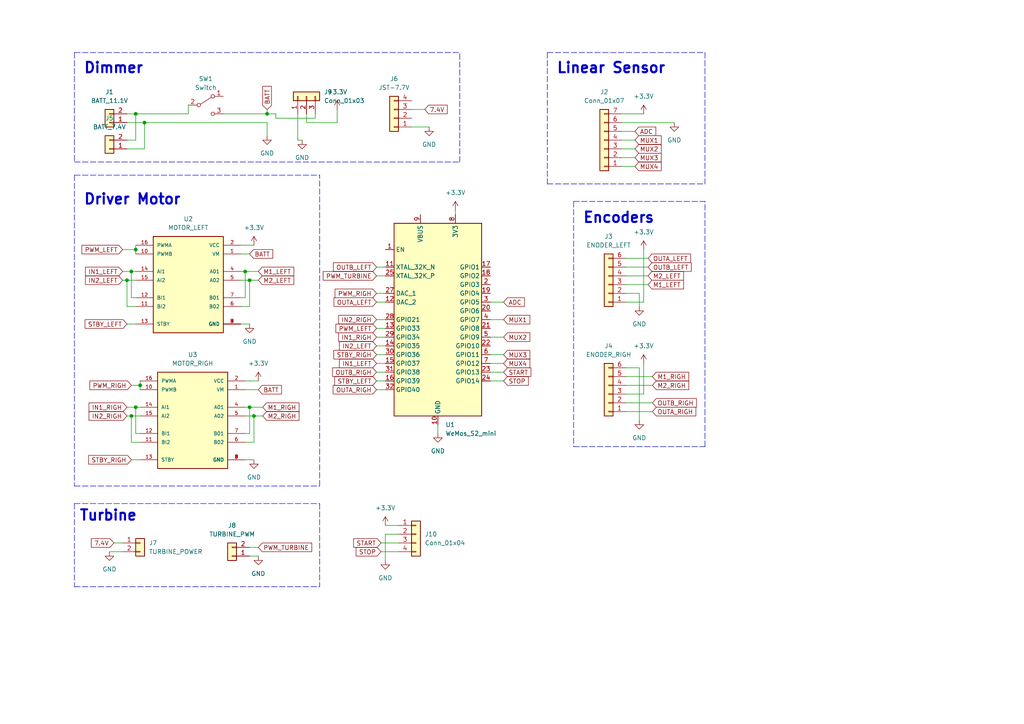
<source format=kicad_sch>
(kicad_sch (version 20230121) (generator eeschema)
  (paper "A4")
  (lib_symbols
    (symbol "Connector_Generic:Conn_01x02" (pin_names (offset 1.016) hide)
      (property "Reference" "J" (at 0 2.54 0))
      (property "Value" "Conn_01x02" (at 0 -5.08 0))
      (symbol "Conn_01x02_1_1"
        (rectangle (start -1.27 -2.413) (end 0 -2.667) (stroke (width 0.1524)))
        (rectangle (start -1.27 0.127) (end 0 -0.127) (stroke (width 0.1524)))
        (rectangle (start -1.27 1.27) (end 1.27 -3.81) (stroke (width 0.254)) (fill (type background)))
        (pin passive line (at -5.08 0 0) (length 3.81) (name "Pin_1") (number "1"))
        (pin passive line (at -5.08 -2.54 0) (length 3.81) (name "Pin_2") (number "2"))
      )
    )
    (symbol "Connector_Generic:Conn_01x03" (pin_names (offset 1.016) hide)
      (property "Reference" "J" (at 0 5.08 0))
      (property "Value" "Conn_01x03" (at 0 -5.08 0))
      (symbol "Conn_01x03_1_1"
        (rectangle (start -1.27 -2.413) (end 0 -2.667) (stroke (width 0.1524)))
        (rectangle (start -1.27 0.127) (end 0 -0.127) (stroke (width 0.1524)))
        (rectangle (start -1.27 2.667) (end 0 2.413) (stroke (width 0.1524)))
        (rectangle (start -1.27 3.81) (end 1.27 -3.81) (stroke (width 0.254)) (fill (type background)))
        (pin passive line (at -5.08 2.54 0) (length 3.81) (name "Pin_1") (number "1"))
        (pin passive line (at -5.08 0 0) (length 3.81) (name "Pin_2") (number "2"))
        (pin passive line (at -5.08 -2.54 0) (length 3.81) (name "Pin_3") (number "3"))
      )
    )
    (symbol "Connector_Generic:Conn_01x04" (pin_names (offset 1.016) hide)
      (property "Reference" "J" (at 0 5.08 0))
      (property "Value" "Conn_01x04" (at 0 -7.62 0))
      (symbol "Conn_01x04_1_1"
        (rectangle (start -1.27 -4.953) (end 0 -5.207) (stroke (width 0.1524)))
        (rectangle (start -1.27 -2.413) (end 0 -2.667) (stroke (width 0.1524)))
        (rectangle (start -1.27 0.127) (end 0 -0.127) (stroke (width 0.1524)))
        (rectangle (start -1.27 2.667) (end 0 2.413) (stroke (width 0.1524)))
        (rectangle (start -1.27 3.81) (end 1.27 -6.35) (stroke (width 0.254)) (fill (type background)))
        (pin passive line (at -5.08 2.54 0) (length 3.81) (name "Pin_1") (number "1"))
        (pin passive line (at -5.08 0 0) (length 3.81) (name "Pin_2") (number "2"))
        (pin passive line (at -5.08 -2.54 0) (length 3.81) (name "Pin_3") (number "3"))
        (pin passive line (at -5.08 -5.08 0) (length 3.81) (name "Pin_4") (number "4"))
      )
    )
    (symbol "Connector_Generic:Conn_01x06" (pin_names (offset 1.016) hide)
      (property "Reference" "J" (at 0 7.62 0))
      (property "Value" "Conn_01x06" (at 0 -10.16 0))
      (symbol "Conn_01x06_1_1"
        (rectangle (start -1.27 -7.493) (end 0 -7.747) (stroke (width 0.1524)))
        (rectangle (start -1.27 -4.953) (end 0 -5.207) (stroke (width 0.1524)))
        (rectangle (start -1.27 -2.413) (end 0 -2.667) (stroke (width 0.1524)))
        (rectangle (start -1.27 0.127) (end 0 -0.127) (stroke (width 0.1524)))
        (rectangle (start -1.27 2.667) (end 0 2.413) (stroke (width 0.1524)))
        (rectangle (start -1.27 5.207) (end 0 4.953) (stroke (width 0.1524)))
        (rectangle (start -1.27 6.35) (end 1.27 -8.89) (stroke (width 0.254)) (fill (type background)))
        (pin passive line (at -5.08 5.08 0) (length 3.81) (name "Pin_1") (number "1"))
        (pin passive line (at -5.08 2.54 0) (length 3.81) (name "Pin_2") (number "2"))
        (pin passive line (at -5.08 0 0) (length 3.81) (name "Pin_3") (number "3"))
        (pin passive line (at -5.08 -2.54 0) (length 3.81) (name "Pin_4") (number "4"))
        (pin passive line (at -5.08 -5.08 0) (length 3.81) (name "Pin_5") (number "5"))
        (pin passive line (at -5.08 -7.62 0) (length 3.81) (name "Pin_6") (number "6"))
      )
    )
    (symbol "Connector_Generic:Conn_01x07" (pin_names (offset 1.016) hide)
      (property "Reference" "J" (at 0 10.16 0))
      (property "Value" "Conn_01x07" (at 0 -10.16 0))
      (symbol "Conn_01x07_1_1"
        (rectangle (start -1.27 -7.493) (end 0 -7.747) (stroke (width 0.1524)))
        (rectangle (start -1.27 -4.953) (end 0 -5.207) (stroke (width 0.1524)))
        (rectangle (start -1.27 -2.413) (end 0 -2.667) (stroke (width 0.1524)))
        (rectangle (start -1.27 0.127) (end 0 -0.127) (stroke (width 0.1524)))
        (rectangle (start -1.27 2.667) (end 0 2.413) (stroke (width 0.1524)))
        (rectangle (start -1.27 5.207) (end 0 4.953) (stroke (width 0.1524)))
        (rectangle (start -1.27 7.747) (end 0 7.493) (stroke (width 0.1524)))
        (rectangle (start -1.27 8.89) (end 1.27 -8.89) (stroke (width 0.254)) (fill (type background)))
        (pin passive line (at -5.08 7.62 0) (length 3.81) (name "Pin_1") (number "1"))
        (pin passive line (at -5.08 5.08 0) (length 3.81) (name "Pin_2") (number "2"))
        (pin passive line (at -5.08 2.54 0) (length 3.81) (name "Pin_3") (number "3"))
        (pin passive line (at -5.08 0 0) (length 3.81) (name "Pin_4") (number "4"))
        (pin passive line (at -5.08 -2.54 0) (length 3.81) (name "Pin_5") (number "5"))
        (pin passive line (at -5.08 -5.08 0) (length 3.81) (name "Pin_6") (number "6"))
        (pin passive line (at -5.08 -7.62 0) (length 3.81) (name "Pin_7") (number "7"))
      )
    )
    (symbol "MCU_Module:WeMos_S2_mini"
      (property "Reference" "U" (at 2.54 -30.48 0))
      (property "Value" "WeMos_S2_mini" (at 2.54 -33.02 0))
      (symbol "WeMos_S2_mini_1_1"
        (rectangle (start -12.7 27.94) (end 12.7 -27.94) (stroke (width 0.254)) (fill (type background)))
        (pin input line (at -15.24 20.32 0) (length 2.54) (name "EN") (number "1"))
        (pin power_in line (at 0 -30.48 90) (length 2.54) (name "GND") (number "10"))
        (pin input line (at -15.24 15.24 0) (length 2.54) (name "XTAL_32K_N") (number "11"))
        (pin output line (at -15.24 5.08 0) (length 2.54) (name "DAC_2") (number "12"))
        (pin bidirectional line (at -15.24 -2.54 0) (length 2.54) (name "GPIO33") (number "13"))
        (pin bidirectional line (at -15.24 -7.62 0) (length 2.54) (name "GPIO35") (number "14"))
        (pin bidirectional line (at -15.24 -12.7 0) (length 2.54) (name "GPIO37") (number "15"))
        (pin bidirectional line (at -15.24 -17.78 0) (length 2.54) (name "GPIO39") (number "16"))
        (pin bidirectional line (at 15.24 15.24 180) (length 2.54) (name "GPIO1") (number "17"))
        (pin bidirectional line (at 15.24 12.7 180) (length 2.54) (name "GPIO2") (number "18"))
        (pin bidirectional line (at 15.24 7.62 180) (length 2.54) (name "GPIO4") (number "19"))
        (pin bidirectional line (at 15.24 10.16 180) (length 2.54) (name "GPIO3") (number "2"))
        (pin bidirectional line (at 15.24 2.54 180) (length 2.54) (name "GPIO6") (number "20"))
        (pin bidirectional line (at 15.24 -2.54 180) (length 2.54) (name "GPIO8") (number "21"))
        (pin bidirectional line (at 15.24 -7.62 180) (length 2.54) (name "GPIO10") (number "22"))
        (pin bidirectional line (at 15.24 -15.24 180) (length 2.54) (name "GPIO13") (number "23"))
        (pin bidirectional line (at 15.24 -17.78 180) (length 2.54) (name "GPIO14") (number "24"))
        (pin output line (at -15.24 12.7 0) (length 2.54) (name "XTAL_32K_P") (number "25"))
        (pin passive line (at 0 -30.48 90) (length 2.54) hide (name "GND") (number "26"))
        (pin output line (at -15.24 7.62 0) (length 2.54) (name "DAC_1") (number "27"))
        (pin bidirectional line (at -15.24 0 0) (length 2.54) (name "GPIO21") (number "28"))
        (pin bidirectional line (at -15.24 -5.08 0) (length 2.54) (name "GPIO34") (number "29"))
        (pin bidirectional line (at 15.24 5.08 180) (length 2.54) (name "GPIO5") (number "3"))
        (pin bidirectional line (at -15.24 -10.16 0) (length 2.54) (name "GPIO36") (number "30"))
        (pin bidirectional line (at -15.24 -15.24 0) (length 2.54) (name "GPIO38") (number "31"))
        (pin bidirectional line (at -15.24 -20.32 0) (length 2.54) (name "GPIO40") (number "32"))
        (pin bidirectional line (at 15.24 0 180) (length 2.54) (name "GPIO7") (number "4"))
        (pin bidirectional line (at 15.24 -5.08 180) (length 2.54) (name "GPIO9") (number "5"))
        (pin bidirectional line (at 15.24 -10.16 180) (length 2.54) (name "GPIO11") (number "6"))
        (pin bidirectional line (at 15.24 -12.7 180) (length 2.54) (name "GPIO12") (number "7"))
        (pin power_out line (at 5.08 30.48 270) (length 2.54) (name "3V3") (number "8"))
        (pin power_out line (at -5.08 30.48 270) (length 2.54) (name "VBUS") (number "9"))
      )
    )
    (symbol "Switch:SW_SPDT" (pin_names (offset 0) hide)
      (property "Reference" "SW" (at 0 4.318 0))
      (property "Value" "SW_SPDT" (at 0 -5.08 0))
      (symbol "SW_SPDT_0_0"
        (circle (center -2.032 0) (radius 0.508))
        (circle (center 2.032 -2.54) (radius 0.508))
      )
      (symbol "SW_SPDT_0_1"
        (polyline (pts (xy -1.524 0.254) (xy 1.651 2.286)))
        (circle (center 2.032 2.54) (radius 0.508))
      )
      (symbol "SW_SPDT_1_1"
        (pin passive line (at 5.08 2.54 180) (length 2.54) (name "A") (number "1"))
        (pin passive line (at -5.08 0 0) (length 2.54) (name "B") (number "2"))
        (pin passive line (at 5.08 -2.54 180) (length 2.54) (name "C") (number "3"))
      )
    )
    (symbol "TB6612FNG_MODULE:ROB-14450" (pin_names (offset 1.016))
      (property "Reference" "U" (at -10.16 16.002 0))
      (property "Value" "ROB-14450" (at -10.16 -15.24 0))
      (symbol "ROB-14450_0_0"
        (rectangle (start -10.16 -12.7) (end 10.16 15.24) (stroke (width 0.254)) (fill (type background)))
        (pin power_in line (at 15.24 10.16 180) (length 5.08) (name "VM") (number "1"))
        (pin input line (at -15.24 10.16 0) (length 5.08) (name "PWMB") (number "10"))
        (pin input line (at -15.24 -5.08 0) (length 5.08) (name "BI2") (number "11"))
        (pin input line (at -15.24 -2.54 0) (length 5.08) (name "BI1") (number "12"))
        (pin input line (at -15.24 -10.16 0) (length 5.08) (name "STBY") (number "13"))
        (pin input line (at -15.24 5.08 0) (length 5.08) (name "AI1") (number "14"))
        (pin input line (at -15.24 2.54 0) (length 5.08) (name "AI2") (number "15"))
        (pin input line (at -15.24 12.7 0) (length 5.08) (name "PWMA") (number "16"))
        (pin power_in line (at 15.24 12.7 180) (length 5.08) (name "VCC") (number "2"))
        (pin power_in line (at 15.24 -10.16 180) (length 5.08) (name "GND") (number "3"))
        (pin output line (at 15.24 5.08 180) (length 5.08) (name "A01") (number "4"))
        (pin output line (at 15.24 2.54 180) (length 5.08) (name "A02") (number "5"))
        (pin output line (at 15.24 -5.08 180) (length 5.08) (name "B02") (number "6"))
        (pin output line (at 15.24 -2.54 180) (length 5.08) (name "B01") (number "7"))
        (pin power_in line (at 15.24 -10.16 180) (length 5.08) (name "GND") (number "8"))
        (pin power_in line (at 15.24 -10.16 180) (length 5.08) (name "GND") (number "9"))
      )
    )
    (symbol "power:+3.3V" (power) (pin_names (offset 0))
      (property "Value" "+3.3V" (at 0 3.556 0))
      (symbol "+3.3V_0_1"
        (polyline (pts (xy -0.762 1.27) (xy 0 2.54)))
        (polyline (pts (xy 0 0) (xy 0 2.54)))
        (polyline (pts (xy 0 2.54) (xy 0.762 1.27)))
      )
      (symbol "+3.3V_1_1"
        (pin power_in line (at 0 0 90) (length 0) hide (name "+3.3V") (number "1"))
      )
    )
    (symbol "power:GND" (power) (pin_names (offset 0))
      (property "Value" "GND" (at 0 -3.81 0))
      (symbol "GND_0_1"
        (polyline (pts (xy 0 0) (xy 0 -1.27) (xy 1.27 -1.27) (xy 0 -2.54) (xy -1.27 -1.27) (xy 0 -1.27)))
      )
      (symbol "GND_1_1"
        (pin power_in line (at 0 0 270) (length 0) hide (name "GND") (number "1"))
      )
    )
  )
  (junction (at 72.39 81.28))
  (junction (at 73.66 120.65))
  (junction (at 77.47 33.02))
  (junction (at 41.91 35.56))
  (junction (at 38.1 78.74))
  (junction (at 71.12 78.74))
  (junction (at 39.37 72.39))
  (junction (at 40.64 111.76))
  (junction (at 72.39 118.11))
  (junction (at 39.37 118.11))
  (junction (at 39.37 33.02))
  (junction (at 36.83 81.28))
  (junction (at 38.1 120.65))
  (wire (pts (xy 180.34 33.02) (xy 186.69 33.02)))
  (wire (pts (xy 77.47 35.56) (xy 77.47 39.37)))
  (polyline (pts (xy 204.47 129.54) (xy 204.47 58.42)) (stroke (width 0) (type dash)))
  (wire (pts (xy 186.69 72.39) (xy 186.69 87.63)))
  (polyline (pts (xy 21.59 15.24) (xy 133.35 15.24)) (stroke (width 0) (type dash)))
  (wire (pts (xy 36.83 43.18) (xy 41.91 43.18)))
  (wire (pts (xy 36.83 118.11) (xy 39.37 118.11)))
  (wire (pts (xy 181.61 85.09) (xy 185.42 85.09)))
  (wire (pts (xy 109.22 107.95) (xy 111.76 107.95)))
  (polyline (pts (xy 21.59 140.97) (xy 92.71 140.97)) (stroke (width 0) (type dash)))
  (wire (pts (xy 109.22 80.01) (xy 111.76 80.01)))
  (wire (pts (xy 69.85 73.66) (xy 72.39 73.66)))
  (polyline (pts (xy 21.59 50.8) (xy 21.59 140.97)) (stroke (width 0) (type dash)))
  (wire (pts (xy 39.37 118.11) (xy 40.64 118.11)))
  (polyline (pts (xy 158.75 15.24) (xy 204.47 15.24)) (stroke (width 0) (type dash)))
  (wire (pts (xy 180.34 45.72) (xy 184.15 45.72)))
  (wire (pts (xy 109.22 102.87) (xy 111.76 102.87)))
  (wire (pts (xy 36.83 81.28) (xy 39.37 81.28)))
  (polyline (pts (xy 158.75 15.24) (xy 158.75 53.34)) (stroke (width 0) (type dash)))
  (wire (pts (xy 71.12 128.27) (xy 73.66 128.27)))
  (wire (pts (xy 186.69 114.3) (xy 181.61 114.3)))
  (wire (pts (xy 38.1 120.65) (xy 40.64 120.65)))
  (wire (pts (xy 40.64 125.73) (xy 39.37 125.73)))
  (wire (pts (xy 142.24 110.49) (xy 146.05 110.49)))
  (wire (pts (xy 40.64 110.49) (xy 40.64 111.76)))
  (wire (pts (xy 36.83 120.65) (xy 38.1 120.65)))
  (polyline (pts (xy 21.59 146.05) (xy 21.59 170.18)) (stroke (width 0) (type dash)))
  (wire (pts (xy 181.61 77.47) (xy 187.96 77.47)))
  (wire (pts (xy 132.08 60.96) (xy 132.08 62.23)))
  (polyline (pts (xy 204.47 15.24) (xy 204.47 53.34)) (stroke (width 0) (type dash)))
  (wire (pts (xy 97.79 31.75) (xy 97.79 35.56)))
  (wire (pts (xy 142.24 107.95) (xy 146.05 107.95)))
  (polyline (pts (xy 21.59 146.05) (xy 92.71 146.05)) (stroke (width 0) (type dash)))
  (wire (pts (xy 142.24 102.87) (xy 146.05 102.87)))
  (wire (pts (xy 38.1 78.74) (xy 39.37 78.74)))
  (wire (pts (xy 186.69 105.41) (xy 186.69 114.3)))
  (wire (pts (xy 142.24 87.63) (xy 146.05 87.63)))
  (wire (pts (xy 71.12 133.35) (xy 73.66 133.35)))
  (wire (pts (xy 69.85 93.98) (xy 72.39 93.98)))
  (wire (pts (xy 181.61 109.22) (xy 189.23 109.22)))
  (wire (pts (xy 72.39 161.29) (xy 74.93 161.29)))
  (wire (pts (xy 71.12 78.74) (xy 74.93 78.74)))
  (wire (pts (xy 110.49 160.02) (xy 115.57 160.02)))
  (wire (pts (xy 180.34 35.56) (xy 195.58 35.56)))
  (wire (pts (xy 38.1 86.36) (xy 38.1 78.74)))
  (wire (pts (xy 39.37 71.12) (xy 39.37 72.39)))
  (wire (pts (xy 77.47 33.02) (xy 80.01 33.02)))
  (wire (pts (xy 109.22 105.41) (xy 111.76 105.41)))
  (wire (pts (xy 88.9 33.02) (xy 88.9 35.56)))
  (wire (pts (xy 35.56 81.28) (xy 36.83 81.28)))
  (wire (pts (xy 71.12 86.36) (xy 71.12 78.74)))
  (wire (pts (xy 33.02 157.48) (xy 35.56 157.48)))
  (wire (pts (xy 73.66 128.27) (xy 73.66 120.65)))
  (polyline (pts (xy 21.59 170.18) (xy 92.71 170.18)) (stroke (width 0) (type dash)))
  (wire (pts (xy 36.83 81.28) (xy 36.83 88.9)))
  (wire (pts (xy 180.34 40.64) (xy 184.15 40.64)))
  (wire (pts (xy 38.1 111.76) (xy 40.64 111.76)))
  (wire (pts (xy 142.24 105.41) (xy 146.05 105.41)))
  (wire (pts (xy 71.12 113.03) (xy 74.93 113.03)))
  (wire (pts (xy 39.37 33.02) (xy 54.61 33.02)))
  (wire (pts (xy 76.2 120.65) (xy 73.66 120.65)))
  (wire (pts (xy 69.85 88.9) (xy 72.39 88.9)))
  (wire (pts (xy 109.22 113.03) (xy 111.76 113.03)))
  (wire (pts (xy 64.77 33.02) (xy 77.47 33.02)))
  (wire (pts (xy 41.91 35.56) (xy 77.47 35.56)))
  (wire (pts (xy 71.12 110.49) (xy 74.93 110.49)))
  (wire (pts (xy 69.85 71.12) (xy 73.66 71.12)))
  (wire (pts (xy 91.44 33.02) (xy 91.44 34.29)))
  (wire (pts (xy 181.61 119.38) (xy 189.23 119.38)))
  (wire (pts (xy 39.37 88.9) (xy 36.83 88.9)))
  (wire (pts (xy 71.12 120.65) (xy 73.66 120.65)))
  (wire (pts (xy 181.61 87.63) (xy 186.69 87.63)))
  (wire (pts (xy 86.36 40.64) (xy 87.63 40.64)))
  (wire (pts (xy 181.61 111.76) (xy 189.23 111.76)))
  (wire (pts (xy 72.39 81.28) (xy 74.93 81.28)))
  (wire (pts (xy 80.01 33.02) (xy 80.01 34.29)))
  (wire (pts (xy 41.91 43.18) (xy 41.91 35.56)))
  (wire (pts (xy 71.12 118.11) (xy 72.39 118.11)))
  (wire (pts (xy 36.83 35.56) (xy 41.91 35.56)))
  (wire (pts (xy 36.83 93.98) (xy 39.37 93.98)))
  (wire (pts (xy 184.15 43.18) (xy 180.34 43.18)))
  (wire (pts (xy 181.61 80.01) (xy 187.96 80.01)))
  (wire (pts (xy 36.83 40.64) (xy 39.37 40.64)))
  (wire (pts (xy 71.12 125.73) (xy 72.39 125.73)))
  (polyline (pts (xy 92.71 140.97) (xy 92.71 50.8)) (stroke (width 0) (type dash)))
  (wire (pts (xy 77.47 31.75) (xy 77.47 33.02)))
  (wire (pts (xy 109.22 95.25) (xy 111.76 95.25)))
  (wire (pts (xy 185.42 85.09) (xy 185.42 88.9)))
  (wire (pts (xy 35.56 72.39) (xy 39.37 72.39)))
  (wire (pts (xy 119.38 31.75) (xy 123.19 31.75)))
  (wire (pts (xy 38.1 120.65) (xy 38.1 128.27)))
  (wire (pts (xy 91.44 34.29) (xy 80.01 34.29)))
  (wire (pts (xy 69.85 81.28) (xy 72.39 81.28)))
  (wire (pts (xy 69.85 78.74) (xy 71.12 78.74)))
  (wire (pts (xy 69.85 86.36) (xy 71.12 86.36)))
  (wire (pts (xy 187.96 82.55) (xy 181.61 82.55)))
  (wire (pts (xy 54.61 33.02) (xy 54.61 30.48)))
  (polyline (pts (xy 92.71 146.05) (xy 92.71 170.18)) (stroke (width 0) (type dash)))
  (polyline (pts (xy 166.37 129.54) (xy 204.47 129.54)) (stroke (width 0) (type dash)))
  (wire (pts (xy 72.39 125.73) (xy 72.39 118.11)))
  (wire (pts (xy 127 123.19) (xy 127 125.73)))
  (wire (pts (xy 184.15 48.26) (xy 180.34 48.26)))
  (wire (pts (xy 39.37 125.73) (xy 39.37 118.11)))
  (polyline (pts (xy 21.59 50.8) (xy 92.71 50.8)) (stroke (width 0) (type dash)))
  (wire (pts (xy 109.22 97.79) (xy 111.76 97.79)))
  (wire (pts (xy 115.57 154.94) (xy 111.76 154.94)))
  (wire (pts (xy 97.79 35.56) (xy 88.9 35.56)))
  (wire (pts (xy 109.22 85.09) (xy 111.76 85.09)))
  (wire (pts (xy 119.38 36.83) (xy 124.46 36.83)))
  (polyline (pts (xy 166.37 58.42) (xy 204.47 58.42)) (stroke (width 0) (type dash)))
  (wire (pts (xy 181.61 106.68) (xy 185.42 106.68)))
  (wire (pts (xy 39.37 40.64) (xy 39.37 33.02)))
  (wire (pts (xy 185.42 106.68) (xy 185.42 121.92)))
  (wire (pts (xy 111.76 154.94) (xy 111.76 162.56)))
  (wire (pts (xy 109.22 100.33) (xy 111.76 100.33)))
  (wire (pts (xy 39.37 86.36) (xy 38.1 86.36)))
  (wire (pts (xy 72.39 158.75) (xy 74.93 158.75)))
  (wire (pts (xy 109.22 110.49) (xy 111.76 110.49)))
  (wire (pts (xy 181.61 74.93) (xy 187.96 74.93)))
  (wire (pts (xy 86.36 33.02) (xy 86.36 40.64)))
  (wire (pts (xy 39.37 72.39) (xy 39.37 73.66)))
  (wire (pts (xy 142.24 97.79) (xy 146.05 97.79)))
  (wire (pts (xy 36.83 33.02) (xy 39.37 33.02)))
  (wire (pts (xy 40.64 128.27) (xy 38.1 128.27)))
  (wire (pts (xy 110.49 157.48) (xy 115.57 157.48)))
  (wire (pts (xy 180.34 38.1) (xy 184.15 38.1)))
  (wire (pts (xy 35.56 78.74) (xy 38.1 78.74)))
  (wire (pts (xy 109.22 77.47) (xy 111.76 77.47)))
  (polyline (pts (xy 166.37 58.42) (xy 166.37 129.54)) (stroke (width 0) (type dash)))
  (wire (pts (xy 38.1 133.35) (xy 40.64 133.35)))
  (wire (pts (xy 72.39 88.9) (xy 72.39 81.28)))
  (wire (pts (xy 111.76 152.4) (xy 115.57 152.4)))
  (polyline (pts (xy 21.59 46.99) (xy 133.35 46.99)) (stroke (width 0) (type dash)))
  (wire (pts (xy 142.24 92.71) (xy 146.05 92.71)))
  (wire (pts (xy 109.22 92.71) (xy 111.76 92.71)))
  (polyline (pts (xy 133.35 46.99) (xy 133.35 15.24)) (stroke (width 0) (type dash)))
  (wire (pts (xy 181.61 116.84) (xy 189.23 116.84)))
  (wire (pts (xy 109.22 87.63) (xy 111.76 87.63)))
  (wire (pts (xy 31.75 160.02) (xy 35.56 160.02)))
  (polyline (pts (xy 158.75 53.34) (xy 204.47 53.34)) (stroke (width 0) (type dash)))
  (wire (pts (xy 76.2 118.11) (xy 72.39 118.11)))
  (polyline (pts (xy 21.59 15.24) (xy 21.59 46.99)) (stroke (width 0) (type dash)))
  (wire (pts (xy 40.64 111.76) (xy 40.64 113.03)))
  (text "Encoders\n\n" (at 168.91 69.85 0) (effects (font (size 3 3) (thickness 0.6) bold) (justify left bottom)))
  (text "Driver Motor\n" (at 24.13 59.69 0) (effects (font (size 3 3) (thickness 0.6) bold) (justify left bottom)))
  (text "Turbine\n\n" (at 22.86 156.21 0) (effects (font (size 3 3) (thickness 0.6) bold) (justify left bottom)))
  (text "Linear Sensor\n" (at 161.29 21.59 0) (effects (font (size 3 3) (thickness 0.6) bold) (justify left bottom)))
  (text "Dimmer\n" (at 24.13 21.59 0) (effects (font (size 3 3) (thickness 0.6) bold) (justify left bottom)))
  (global_label "M1_RIGH" (shape input) (at 189.23 109.22 0) (property "Intersheetrefs" "${INTERSHEET_REFS}" (effects hide)))
  (global_label "IN1_LEFT" (shape input) (at 109.22 105.41 180) (property "Intersheetrefs" "${INTERSHEET_REFS}" (effects hide)))
  (global_label "OUTB_RIGH" (shape input) (at 189.23 116.84 0) (property "Intersheetrefs" "${INTERSHEET_REFS}" (effects hide)))
  (global_label "STOP" (shape input) (at 146.05 110.49 0) (property "Intersheetrefs" "${INTERSHEET_REFS}" (effects hide)))
  (global_label "M1_LEFT" (shape input) (at 74.93 78.74 0) (property "Intersheetrefs" "${INTERSHEET_REFS}" (effects hide)))
  (global_label "MUX1" (shape input) (at 184.15 40.64 0) (property "Intersheetrefs" "${INTERSHEET_REFS}" (effects hide)))
  (global_label "M2_LEFT" (shape input) (at 187.96 80.01 0) (property "Intersheetrefs" "${INTERSHEET_REFS}" (effects hide)))
  (global_label "IN2_RIGH" (shape input) (at 109.22 92.71 180) (property "Intersheetrefs" "${INTERSHEET_REFS}" (effects hide)))
  (global_label "IN1_RIGH" (shape input) (at 36.83 118.11 180) (property "Intersheetrefs" "${INTERSHEET_REFS}" (effects hide)))
  (global_label "STBY_RIGH" (shape input) (at 109.22 102.87 180) (property "Intersheetrefs" "${INTERSHEET_REFS}" (effects hide)))
  (global_label "ADC" (shape input) (at 146.05 87.63 0) (property "Intersheetrefs" "${INTERSHEET_REFS}" (effects hide)))
  (global_label "START" (shape input) (at 146.05 107.95 0) (property "Intersheetrefs" "${INTERSHEET_REFS}" (effects hide)))
  (global_label "M1_LEFT" (shape input) (at 187.96 82.55 0) (property "Intersheetrefs" "${INTERSHEET_REFS}" (effects hide)))
  (global_label "M2_RIGH" (shape input) (at 76.2 120.65 0) (property "Intersheetrefs" "${INTERSHEET_REFS}" (effects hide)))
  (global_label "STOP" (shape input) (at 110.49 160.02 180) (property "Intersheetrefs" "${INTERSHEET_REFS}" (effects hide)))
  (global_label "OUTB_LEFT" (shape input) (at 109.22 77.47 180) (property "Intersheetrefs" "${INTERSHEET_REFS}" (effects hide)))
  (global_label "OUTB_RIGH" (shape input) (at 109.22 107.95 180) (property "Intersheetrefs" "${INTERSHEET_REFS}" (effects hide)))
  (global_label "IN2_LEFT" (shape input) (at 109.22 100.33 180) (property "Intersheetrefs" "${INTERSHEET_REFS}" (effects hide)))
  (global_label "ADC" (shape input) (at 184.15 38.1 0) (property "Intersheetrefs" "${INTERSHEET_REFS}" (effects hide)))
  (global_label "IN1_RIGH" (shape input) (at 109.22 97.79 180) (property "Intersheetrefs" "${INTERSHEET_REFS}" (effects hide)))
  (global_label "OUTA_LEFT" (shape input) (at 109.22 87.63 180) (property "Intersheetrefs" "${INTERSHEET_REFS}" (effects hide)))
  (global_label "START" (shape input) (at 110.49 157.48 180) (property "Intersheetrefs" "${INTERSHEET_REFS}" (effects hide)))
  (global_label "PWM_LEFT" (shape input) (at 35.56 72.39 180) (property "Intersheetrefs" "${INTERSHEET_REFS}" (effects hide)))
  (global_label "PWM_RIGH" (shape input) (at 109.22 85.09 180) (property "Intersheetrefs" "${INTERSHEET_REFS}" (effects hide)))
  (global_label "STBY_LEFT" (shape input) (at 109.22 110.49 180) (property "Intersheetrefs" "${INTERSHEET_REFS}" (effects hide)))
  (global_label "IN2_LEFT" (shape input) (at 35.56 81.28 180) (property "Intersheetrefs" "${INTERSHEET_REFS}" (effects hide)))
  (global_label "OUTA_RIGH" (shape input) (at 189.23 119.38 0) (property "Intersheetrefs" "${INTERSHEET_REFS}" (effects hide)))
  (global_label "7.4V" (shape input) (at 33.02 157.48 180) (property "Intersheetrefs" "${INTERSHEET_REFS}" (effects hide)))
  (global_label "PWM_TURBINE" (shape input) (at 109.22 80.01 180) (property "Intersheetrefs" "${INTERSHEET_REFS}" (effects hide)))
  (global_label "MUX2" (shape input) (at 184.15 43.18 0) (property "Intersheetrefs" "${INTERSHEET_REFS}" (effects hide)))
  (global_label "M2_LEFT" (shape input) (at 74.93 81.28 0) (property "Intersheetrefs" "${INTERSHEET_REFS}" (effects hide)))
  (global_label "PWM_RIGH" (shape input) (at 38.1 111.76 180) (property "Intersheetrefs" "${INTERSHEET_REFS}" (effects hide)))
  (global_label "OUTA_LEFT" (shape input) (at 187.96 74.93 0) (property "Intersheetrefs" "${INTERSHEET_REFS}" (effects hide)))
  (global_label "IN2_RIGH" (shape input) (at 36.83 120.65 180) (property "Intersheetrefs" "${INTERSHEET_REFS}" (effects hide)))
  (global_label "OUTA_RIGH" (shape input) (at 109.22 113.03 180) (property "Intersheetrefs" "${INTERSHEET_REFS}" (effects hide)))
  (global_label "MUX2" (shape input) (at 146.05 97.79 0) (property "Intersheetrefs" "${INTERSHEET_REFS}" (effects hide)))
  (global_label "STBY_RIGH" (shape input) (at 38.1 133.35 180) (property "Intersheetrefs" "${INTERSHEET_REFS}" (effects hide)))
  (global_label "MUX3" (shape input) (at 146.05 102.87 0) (property "Intersheetrefs" "${INTERSHEET_REFS}" (effects hide)))
  (global_label "IN1_LEFT" (shape input) (at 35.56 78.74 180) (property "Intersheetrefs" "${INTERSHEET_REFS}" (effects hide)))
  (global_label "BATT" (shape input) (at 77.47 31.75 90) (property "Intersheetrefs" "${INTERSHEET_REFS}" (effects hide)))
  (global_label "M1_RIGH" (shape input) (at 76.2 118.11 0) (property "Intersheetrefs" "${INTERSHEET_REFS}" (effects hide)))
  (global_label "OUTB_LEFT" (shape input) (at 187.96 77.47 0) (property "Intersheetrefs" "${INTERSHEET_REFS}" (effects hide)))
  (global_label "BATT" (shape input) (at 74.93 113.03 0) (property "Intersheetrefs" "${INTERSHEET_REFS}" (effects hide)))
  (global_label "MUX3" (shape input) (at 184.15 45.72 0) (property "Intersheetrefs" "${INTERSHEET_REFS}" (effects hide)))
  (global_label "M2_RIGH" (shape input) (at 189.23 111.76 0) (property "Intersheetrefs" "${INTERSHEET_REFS}" (effects hide)))
  (global_label "MUX4" (shape input) (at 146.05 105.41 0) (property "Intersheetrefs" "${INTERSHEET_REFS}" (effects hide)))
  (global_label "STBY_LEFT" (shape input) (at 36.83 93.98 180) (property "Intersheetrefs" "${INTERSHEET_REFS}" (effects hide)))
  (global_label "MUX4" (shape input) (at 184.15 48.26 0) (property "Intersheetrefs" "${INTERSHEET_REFS}" (effects hide)))
  (global_label "PWM_TURBINE" (shape input) (at 74.93 158.75 0) (property "Intersheetrefs" "${INTERSHEET_REFS}" (effects hide)))
  (global_label "BATT" (shape input) (at 72.39 73.66 0) (property "Intersheetrefs" "${INTERSHEET_REFS}" (effects hide)))
  (global_label "7.4V" (shape input) (at 123.19 31.75 0) (property "Intersheetrefs" "${INTERSHEET_REFS}" (effects hide)))
  (global_label "PWM_LEFT" (shape input) (at 109.22 95.25 180) (property "Intersheetrefs" "${INTERSHEET_REFS}" (effects hide)))
  (global_label "MUX1" (shape input) (at 146.05 92.71 0) (property "Intersheetrefs" "${INTERSHEET_REFS}" (effects hide)))
  (symbol (lib_id "power:GND") (at 77.47 39.37 0) (unit 1)
    (property "Reference" "#PWR05" (effects hide))
    (property "Value" "GND" (at 77.47 44.45 0))
  )
  (symbol (lib_id "Switch:SW_SPDT") (at 59.69 30.48 0) (unit 1)
    (property "Reference" "SW1" (at 59.69 22.86 0))
    (property "Value" "Switch" (at 59.69 25.4 0))
    (property "Footprint" "Connector_PinHeader_2.54mm:PinHeader_1x03_P2.54mm_Vertical" (effects hide))
  )
  (symbol (lib_id "TB6612FNG_MODULE:ROB-14450") (at 55.88 123.19 0) (unit 1)
    (property "Reference" "U3" (at 55.88 102.87 0))
    (property "Value" "MOTOR_RIGH" (at 55.88 105.41 0))
    (property "Footprint" "Footprint:TB6612FNG_MODULE" (effects hide))
    (property "MF" "SparkFun Electronics" (effects hide))
    (property "Description" "\nTB6612FNG Motor Controller/Driver Power Management Evaluation Board\n" (effects hide))
    (property "Package" "None" (effects hide))
    (property "Price" "None" (effects hide))
    (property "Check_prices" "https://www.snapeda.com/parts/ROB-14450/SparkFun+Electronics/view-part/?ref=eda" (effects hide))
    (property "STANDARD" "Manufacturer Recommendation" (effects hide))
    (property "PARTREV" "11-13-17" (effects hide))
    (property "SnapEDA_Link" "https://www.snapeda.com/parts/ROB-14450/SparkFun+Electronics/view-part/?ref=snap" (effects hide))
    (property "MP" "ROB-14450" (effects hide))
    (property "Purchase-URL" "https://www.snapeda.com/api/url_track_click_mouser/?unipart_id=2656367&manufacturer=SparkFun Electronics&part_name=ROB-14450&search_term=None" (effects hide))
    (property "Availability" "In Stock" (effects hide))
    (property "MANUFACTURER" "Sparkfun Electronics" (effects hide))
  )
  (symbol (lib_id "power:+3.3V") (at 73.66 71.12 0) (unit 1)
    (property "Reference" "#PWR01" (effects hide))
    (property "Value" "+3.3V" (at 73.66 66.04 0))
  )
  (symbol (lib_id "power:+3.3V") (at 186.69 33.02 0) (unit 1)
    (property "Reference" "#PWR07" (effects hide))
    (property "Value" "+3.3V" (at 186.69 27.94 0))
  )
  (symbol (lib_id "power:+3.3V") (at 97.79 31.75 0) (unit 1)
    (property "Reference" "#PWR06" (effects hide))
    (property "Value" "+3.3V" (at 97.79 26.67 0))
  )
  (symbol (lib_id "Connector_Generic:Conn_01x02") (at 31.75 43.18 180) (unit 1)
    (property "Reference" "J5" (at 31.75 34.29 0))
    (property "Value" "BATT_7.4V" (at 31.75 36.83 0))
    (property "Footprint" "Connector_JST:JST_XH_B2B-XH-A_1x02_P2.50mm_Vertical" (effects hide))
  )
  (symbol (lib_id "power:GND") (at 111.76 162.56 0) (unit 1)
    (property "Reference" "#PWR019" (effects hide))
    (property "Value" "GND" (at 111.76 167.64 0))
  )
  (symbol (lib_id "Connector_Generic:Conn_01x04") (at 120.65 154.94 0) (unit 1)
    (property "Reference" "J10" (at 123.19 154.94 0) (effects (justify left)))
    (property "Value" "Conn_01x04" (at 123.19 157.48 0) (effects (justify left)))
    (property "Footprint" "Connector_PinHeader_2.54mm:PinHeader_1x04_P2.54mm_Vertical" (effects hide))
  )
  (symbol (lib_id "Connector_Generic:Conn_01x02") (at 40.64 157.48 0) (unit 1)
    (property "Reference" "J7" (at 43.18 157.48 0) (effects (justify left)))
    (property "Value" "TURBINE_POWER" (at 43.18 160.02 0) (effects (justify left)))
    (property "Footprint" "Connector_JST:JST_XH_B2B-XH-A_1x02_P2.50mm_Vertical" (effects hide))
  )
  (symbol (lib_id "power:GND") (at 74.93 161.29 0) (unit 1)
    (property "Reference" "#PWR018" (effects hide))
    (property "Value" "GND" (at 74.93 166.37 0))
  )
  (symbol (lib_id "TB6612FNG_MODULE:ROB-14450") (at 54.61 83.82 0) (unit 1)
    (property "Reference" "U2" (at 54.61 63.5 0))
    (property "Value" "MOTOR_LEFT" (at 54.61 66.04 0))
    (property "Footprint" "Footprint:TB6612FNG_MODULE" (effects hide))
    (property "MF" "SparkFun Electronics" (effects hide))
    (property "Description" "\nTB6612FNG Motor Controller/Driver Power Management Evaluation Board\n" (effects hide))
    (property "Package" "None" (effects hide))
    (property "Price" "None" (effects hide))
    (property "Check_prices" "https://www.snapeda.com/parts/ROB-14450/SparkFun+Electronics/view-part/?ref=eda" (effects hide))
    (property "STANDARD" "Manufacturer Recommendation" (effects hide))
    (property "PARTREV" "11-13-17" (effects hide))
    (property "SnapEDA_Link" "https://www.snapeda.com/parts/ROB-14450/SparkFun+Electronics/view-part/?ref=snap" (effects hide))
    (property "MP" "ROB-14450" (effects hide))
    (property "Purchase-URL" "https://www.snapeda.com/api/url_track_click_mouser/?unipart_id=2656367&manufacturer=SparkFun Electronics&part_name=ROB-14450&search_term=None" (effects hide))
    (property "Availability" "In Stock" (effects hide))
    (property "MANUFACTURER" "Sparkfun Electronics" (effects hide))
  )
  (symbol (lib_id "Connector_Generic:Conn_01x07") (at 175.26 40.64 180) (unit 1)
    (property "Reference" "J2" (at 175.26 26.67 0))
    (property "Value" "Conn_01x07" (at 175.26 29.21 0))
    (property "Footprint" "Connector_PinHeader_2.54mm:PinHeader_1x07_P2.54mm_Vertical" (effects hide))
  )
  (symbol (lib_id "power:GND") (at 73.66 133.35 0) (unit 1)
    (property "Reference" "#PWR03" (effects hide))
    (property "Value" "GND" (at 73.66 138.43 0))
  )
  (symbol (lib_id "Connector_Generic:Conn_01x04") (at 114.3 34.29 180) (unit 1)
    (property "Reference" "J6" (at 114.3 22.86 0))
    (property "Value" "JST-7.7V" (at 114.3 25.4 0))
    (property "Footprint" "Connector_JST:JST_XH_B4B-XH-A_1x04_P2.50mm_Vertical" (effects hide))
  )
  (symbol (lib_id "Connector_Generic:Conn_01x06") (at 176.53 114.3 180) (unit 1)
    (property "Reference" "J4" (at 176.53 100.33 0))
    (property "Value" "ENODER_RIGH" (at 176.53 102.87 0))
    (property "Footprint" "Connector_PinHeader_2.54mm:PinHeader_1x06_P2.54mm_Vertical" (effects hide))
  )
  (symbol (lib_id "power:GND") (at 185.42 121.92 0) (unit 1)
    (property "Reference" "#PWR011" (effects hide))
    (property "Value" "GND" (at 185.42 127 0))
  )
  (symbol (lib_id "power:GND") (at 72.39 93.98 0) (unit 1)
    (property "Reference" "#PWR04" (effects hide))
    (property "Value" "GND" (at 72.39 99.06 0))
  )
  (symbol (lib_id "power:GND") (at 87.63 40.64 0) (unit 1)
    (property "Reference" "#PWR015" (effects hide))
    (property "Value" "GND" (at 87.63 45.72 0))
  )
  (symbol (lib_id "power:+3.3V") (at 186.69 72.39 0) (unit 1)
    (property "Reference" "#PWR010" (effects hide))
    (property "Value" "+3.3V" (at 186.69 67.31 0))
  )
  (symbol (lib_id "Connector_Generic:Conn_01x03") (at 88.9 27.94 90) (unit 1)
    (property "Reference" "J9" (at 93.98 26.67 90) (effects (justify right)))
    (property "Value" "Conn_01x03" (at 93.98 29.21 90) (effects (justify right)))
    (property "Footprint" "Connector_PinHeader_2.54mm:PinHeader_1x03_P2.54mm_Vertical" (effects hide))
  )
  (symbol (lib_id "MCU_Module:WeMos_S2_mini") (at 127 92.71 0) (unit 1)
    (property "Reference" "U1" (at 129.1941 123.19 0) (effects (justify left)))
    (property "Value" "WeMos_S2_mini" (at 129.1941 125.73 0) (effects (justify left)))
    (property "Footprint" "Module:WEMOS_S2_mini" (effects hide))
    (property "Datasheet" "https://www.wemos.cc/en/latest/s2/s2_mini.html" (effects hide))
  )
  (symbol (lib_id "Connector_Generic:Conn_01x02") (at 31.75 35.56 180) (unit 1)
    (property "Reference" "J1" (at 31.75 26.67 0))
    (property "Value" "BATT_11.1V" (at 31.75 29.21 0))
    (property "Footprint" "Connectors_XT30-60:AMASS_XT30U-F_1x02_P5.0mm_Vertical" (effects hide))
  )
  (symbol (lib_id "power:GND") (at 31.75 160.02 0) (unit 1)
    (property "Reference" "#PWR017" (effects hide))
    (property "Value" "GND" (at 31.75 165.1 0))
  )
  (symbol (lib_id "power:GND") (at 124.46 36.83 0) (unit 1)
    (property "Reference" "#PWR016" (effects hide))
    (property "Value" "GND" (at 124.46 41.91 0))
  )
  (symbol (lib_id "power:+3.3V") (at 74.93 110.49 0) (unit 1)
    (property "Reference" "#PWR02" (effects hide))
    (property "Value" "+3.3V" (at 74.93 105.41 0))
  )
  (symbol (lib_id "power:GND") (at 185.42 88.9 0) (unit 1)
    (property "Reference" "#PWR09" (effects hide))
    (property "Value" "GND" (at 185.42 93.98 0))
  )
  (symbol (lib_id "power:GND") (at 195.58 35.56 0) (unit 1)
    (property "Reference" "#PWR08" (effects hide))
    (property "Value" "GND" (at 195.58 40.64 0))
  )
  (symbol (lib_id "power:GND") (at 127 125.73 0) (unit 1)
    (property "Reference" "#PWR014" (effects hide))
    (property "Value" "GND" (at 127 130.81 0))
  )
  (symbol (lib_id "power:+3.3V") (at 186.69 105.41 0) (unit 1)
    (property "Reference" "#PWR012" (effects hide))
    (property "Value" "+3.3V" (at 186.69 100.33 0))
  )
  (symbol (lib_id "power:+3.3V") (at 111.76 152.4 0) (unit 1)
    (property "Reference" "#PWR020" (effects hide))
    (property "Value" "+3.3V" (at 111.76 147.32 0))
  )
  (symbol (lib_id "Connector_Generic:Conn_01x02") (at 67.31 161.29 180) (unit 1)
    (property "Reference" "J8" (at 67.31 152.4 0))
    (property "Value" "TURBINE_PWM" (at 67.31 154.94 0))
    (property "Footprint" "Connector_JST:JST_XH_B2B-XH-A_1x02_P2.50mm_Vertical" (effects hide))
  )
  (symbol (lib_id "power:+3.3V") (at 132.08 60.96 0) (unit 1)
    (property "Reference" "#PWR013" (effects hide))
    (property "Value" "+3.3V" (at 132.08 55.88 0))
  )
  (symbol (lib_id "Connector_Generic:Conn_01x06") (at 176.53 82.55 180) (unit 1)
    (property "Reference" "J3" (at 176.53 68.58 0))
    (property "Value" "ENODER_LEFT" (at 176.53 71.12 0))
    (property "Footprint" "Connector_PinHeader_2.54mm:PinHeader_1x06_P2.54mm_Vertical" (effects hide))
  )
)
</source>
